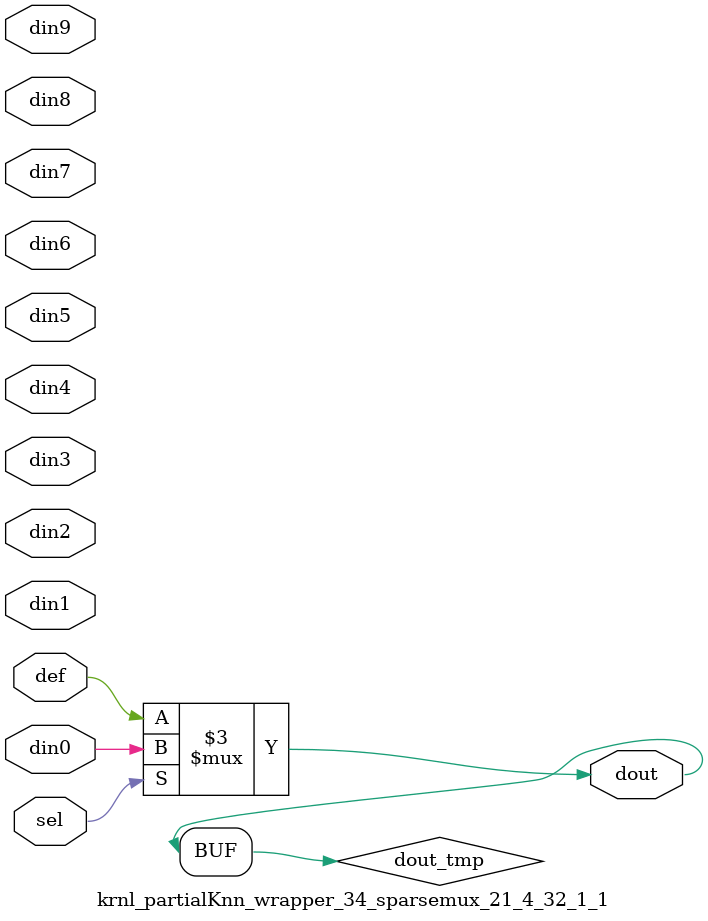
<source format=v>
`timescale 1 ns / 1 ps
module krnl_partialKnn_wrapper_34_sparsemux_21_4_32_1_1 (din0,din1,din2,din3,din4,din5,din6,din7,din8,din9,def,sel,dout);
parameter din0_WIDTH = 1;
parameter din1_WIDTH = 1;
parameter din2_WIDTH = 1;
parameter din3_WIDTH = 1;
parameter din4_WIDTH = 1;
parameter din5_WIDTH = 1;
parameter din6_WIDTH = 1;
parameter din7_WIDTH = 1;
parameter din8_WIDTH = 1;
parameter din9_WIDTH = 1;
parameter def_WIDTH = 1;
parameter sel_WIDTH = 1;
parameter dout_WIDTH = 1;
parameter [sel_WIDTH-1:0] CASE0 = 1;
parameter [sel_WIDTH-1:0] CASE1 = 1;
parameter [sel_WIDTH-1:0] CASE2 = 1;
parameter [sel_WIDTH-1:0] CASE3 = 1;
parameter [sel_WIDTH-1:0] CASE4 = 1;
parameter [sel_WIDTH-1:0] CASE5 = 1;
parameter [sel_WIDTH-1:0] CASE6 = 1;
parameter [sel_WIDTH-1:0] CASE7 = 1;
parameter [sel_WIDTH-1:0] CASE8 = 1;
parameter [sel_WIDTH-1:0] CASE9 = 1;
parameter ID = 1;
parameter NUM_STAGE = 1;
input [din0_WIDTH-1:0] din0;
input [din1_WIDTH-1:0] din1;
input [din2_WIDTH-1:0] din2;
input [din3_WIDTH-1:0] din3;
input [din4_WIDTH-1:0] din4;
input [din5_WIDTH-1:0] din5;
input [din6_WIDTH-1:0] din6;
input [din7_WIDTH-1:0] din7;
input [din8_WIDTH-1:0] din8;
input [din9_WIDTH-1:0] din9;
input [def_WIDTH-1:0] def;
input [sel_WIDTH-1:0] sel;
output [dout_WIDTH-1:0] dout;
reg [dout_WIDTH-1:0] dout_tmp;
always @ (*) begin
case (sel)
    
    CASE0 : dout_tmp = din0;
    
    CASE1 : dout_tmp = din1;
    
    CASE2 : dout_tmp = din2;
    
    CASE3 : dout_tmp = din3;
    
    CASE4 : dout_tmp = din4;
    
    CASE5 : dout_tmp = din5;
    
    CASE6 : dout_tmp = din6;
    
    CASE7 : dout_tmp = din7;
    
    CASE8 : dout_tmp = din8;
    
    CASE9 : dout_tmp = din9;
    
    default : dout_tmp = def;
endcase
end
assign dout = dout_tmp;
endmodule
</source>
